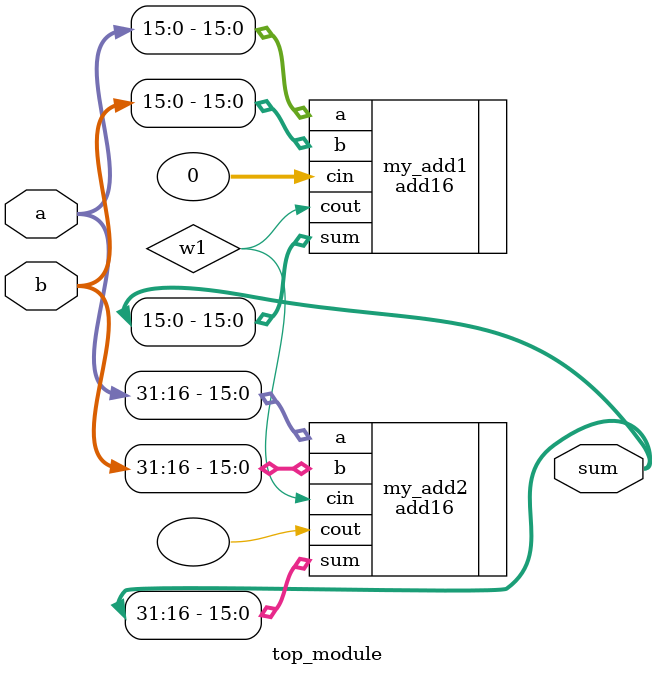
<source format=v>
module top_module(
    input [31:0] a,
    input [31:0] b,
    output [31:0] sum
);
    
    wire w1;
    
    add16 my_add1 ( .a(a[15:0]),  .b(b[15:0]),  .cin(0),  .sum(sum[15:0]),  .cout(w1) );
    add16 my_add2 ( .a(a[31:16]), .b(b[31:16]), .cin(w1), .sum(sum[31:16]), .cout() );

endmodule

</source>
